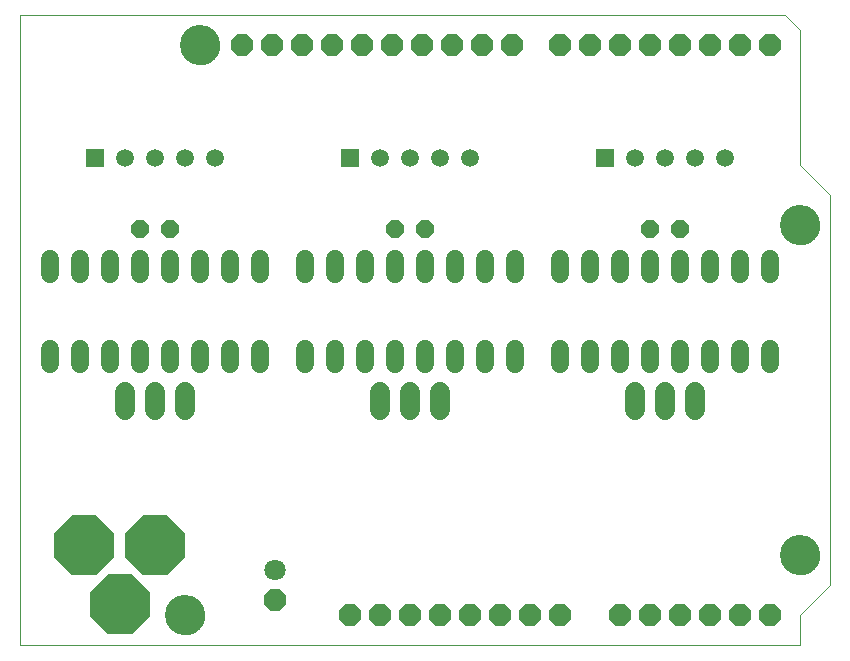
<source format=gbs>
G75*
%MOIN*%
%OFA0B0*%
%FSLAX25Y25*%
%IPPOS*%
%LPD*%
%AMOC8*
5,1,8,0,0,1.08239X$1,22.5*
%
%ADD10C,0.00000*%
%ADD11C,0.13398*%
%ADD12C,0.06000*%
%ADD13C,0.06800*%
%ADD14R,0.05950X0.05950*%
%ADD15C,0.05950*%
%ADD16OC8,0.19800*%
%ADD17OC8,0.07400*%
%ADD18OC8,0.06000*%
%ADD19OC8,0.07100*%
%ADD20C,0.07100*%
D10*
X0009350Y0005000D02*
X0269350Y0005000D01*
X0269350Y0015000D01*
X0279350Y0025000D01*
X0279350Y0155000D01*
X0269350Y0165000D01*
X0269350Y0210000D01*
X0264350Y0215000D01*
X0009350Y0215000D01*
X0009350Y0005000D01*
X0058051Y0015000D02*
X0058053Y0015158D01*
X0058059Y0015316D01*
X0058069Y0015474D01*
X0058083Y0015632D01*
X0058101Y0015789D01*
X0058122Y0015946D01*
X0058148Y0016102D01*
X0058178Y0016258D01*
X0058211Y0016413D01*
X0058249Y0016566D01*
X0058290Y0016719D01*
X0058335Y0016871D01*
X0058384Y0017022D01*
X0058437Y0017171D01*
X0058493Y0017319D01*
X0058553Y0017465D01*
X0058617Y0017610D01*
X0058685Y0017753D01*
X0058756Y0017895D01*
X0058830Y0018035D01*
X0058908Y0018172D01*
X0058990Y0018308D01*
X0059074Y0018442D01*
X0059163Y0018573D01*
X0059254Y0018702D01*
X0059349Y0018829D01*
X0059446Y0018954D01*
X0059547Y0019076D01*
X0059651Y0019195D01*
X0059758Y0019312D01*
X0059868Y0019426D01*
X0059981Y0019537D01*
X0060096Y0019646D01*
X0060214Y0019751D01*
X0060335Y0019853D01*
X0060458Y0019953D01*
X0060584Y0020049D01*
X0060712Y0020142D01*
X0060842Y0020232D01*
X0060975Y0020318D01*
X0061110Y0020402D01*
X0061246Y0020481D01*
X0061385Y0020558D01*
X0061526Y0020630D01*
X0061668Y0020700D01*
X0061812Y0020765D01*
X0061958Y0020827D01*
X0062105Y0020885D01*
X0062254Y0020940D01*
X0062404Y0020991D01*
X0062555Y0021038D01*
X0062707Y0021081D01*
X0062860Y0021120D01*
X0063015Y0021156D01*
X0063170Y0021187D01*
X0063326Y0021215D01*
X0063482Y0021239D01*
X0063639Y0021259D01*
X0063797Y0021275D01*
X0063954Y0021287D01*
X0064113Y0021295D01*
X0064271Y0021299D01*
X0064429Y0021299D01*
X0064587Y0021295D01*
X0064746Y0021287D01*
X0064903Y0021275D01*
X0065061Y0021259D01*
X0065218Y0021239D01*
X0065374Y0021215D01*
X0065530Y0021187D01*
X0065685Y0021156D01*
X0065840Y0021120D01*
X0065993Y0021081D01*
X0066145Y0021038D01*
X0066296Y0020991D01*
X0066446Y0020940D01*
X0066595Y0020885D01*
X0066742Y0020827D01*
X0066888Y0020765D01*
X0067032Y0020700D01*
X0067174Y0020630D01*
X0067315Y0020558D01*
X0067454Y0020481D01*
X0067590Y0020402D01*
X0067725Y0020318D01*
X0067858Y0020232D01*
X0067988Y0020142D01*
X0068116Y0020049D01*
X0068242Y0019953D01*
X0068365Y0019853D01*
X0068486Y0019751D01*
X0068604Y0019646D01*
X0068719Y0019537D01*
X0068832Y0019426D01*
X0068942Y0019312D01*
X0069049Y0019195D01*
X0069153Y0019076D01*
X0069254Y0018954D01*
X0069351Y0018829D01*
X0069446Y0018702D01*
X0069537Y0018573D01*
X0069626Y0018442D01*
X0069710Y0018308D01*
X0069792Y0018172D01*
X0069870Y0018035D01*
X0069944Y0017895D01*
X0070015Y0017753D01*
X0070083Y0017610D01*
X0070147Y0017465D01*
X0070207Y0017319D01*
X0070263Y0017171D01*
X0070316Y0017022D01*
X0070365Y0016871D01*
X0070410Y0016719D01*
X0070451Y0016566D01*
X0070489Y0016413D01*
X0070522Y0016258D01*
X0070552Y0016102D01*
X0070578Y0015946D01*
X0070599Y0015789D01*
X0070617Y0015632D01*
X0070631Y0015474D01*
X0070641Y0015316D01*
X0070647Y0015158D01*
X0070649Y0015000D01*
X0070647Y0014842D01*
X0070641Y0014684D01*
X0070631Y0014526D01*
X0070617Y0014368D01*
X0070599Y0014211D01*
X0070578Y0014054D01*
X0070552Y0013898D01*
X0070522Y0013742D01*
X0070489Y0013587D01*
X0070451Y0013434D01*
X0070410Y0013281D01*
X0070365Y0013129D01*
X0070316Y0012978D01*
X0070263Y0012829D01*
X0070207Y0012681D01*
X0070147Y0012535D01*
X0070083Y0012390D01*
X0070015Y0012247D01*
X0069944Y0012105D01*
X0069870Y0011965D01*
X0069792Y0011828D01*
X0069710Y0011692D01*
X0069626Y0011558D01*
X0069537Y0011427D01*
X0069446Y0011298D01*
X0069351Y0011171D01*
X0069254Y0011046D01*
X0069153Y0010924D01*
X0069049Y0010805D01*
X0068942Y0010688D01*
X0068832Y0010574D01*
X0068719Y0010463D01*
X0068604Y0010354D01*
X0068486Y0010249D01*
X0068365Y0010147D01*
X0068242Y0010047D01*
X0068116Y0009951D01*
X0067988Y0009858D01*
X0067858Y0009768D01*
X0067725Y0009682D01*
X0067590Y0009598D01*
X0067454Y0009519D01*
X0067315Y0009442D01*
X0067174Y0009370D01*
X0067032Y0009300D01*
X0066888Y0009235D01*
X0066742Y0009173D01*
X0066595Y0009115D01*
X0066446Y0009060D01*
X0066296Y0009009D01*
X0066145Y0008962D01*
X0065993Y0008919D01*
X0065840Y0008880D01*
X0065685Y0008844D01*
X0065530Y0008813D01*
X0065374Y0008785D01*
X0065218Y0008761D01*
X0065061Y0008741D01*
X0064903Y0008725D01*
X0064746Y0008713D01*
X0064587Y0008705D01*
X0064429Y0008701D01*
X0064271Y0008701D01*
X0064113Y0008705D01*
X0063954Y0008713D01*
X0063797Y0008725D01*
X0063639Y0008741D01*
X0063482Y0008761D01*
X0063326Y0008785D01*
X0063170Y0008813D01*
X0063015Y0008844D01*
X0062860Y0008880D01*
X0062707Y0008919D01*
X0062555Y0008962D01*
X0062404Y0009009D01*
X0062254Y0009060D01*
X0062105Y0009115D01*
X0061958Y0009173D01*
X0061812Y0009235D01*
X0061668Y0009300D01*
X0061526Y0009370D01*
X0061385Y0009442D01*
X0061246Y0009519D01*
X0061110Y0009598D01*
X0060975Y0009682D01*
X0060842Y0009768D01*
X0060712Y0009858D01*
X0060584Y0009951D01*
X0060458Y0010047D01*
X0060335Y0010147D01*
X0060214Y0010249D01*
X0060096Y0010354D01*
X0059981Y0010463D01*
X0059868Y0010574D01*
X0059758Y0010688D01*
X0059651Y0010805D01*
X0059547Y0010924D01*
X0059446Y0011046D01*
X0059349Y0011171D01*
X0059254Y0011298D01*
X0059163Y0011427D01*
X0059074Y0011558D01*
X0058990Y0011692D01*
X0058908Y0011828D01*
X0058830Y0011965D01*
X0058756Y0012105D01*
X0058685Y0012247D01*
X0058617Y0012390D01*
X0058553Y0012535D01*
X0058493Y0012681D01*
X0058437Y0012829D01*
X0058384Y0012978D01*
X0058335Y0013129D01*
X0058290Y0013281D01*
X0058249Y0013434D01*
X0058211Y0013587D01*
X0058178Y0013742D01*
X0058148Y0013898D01*
X0058122Y0014054D01*
X0058101Y0014211D01*
X0058083Y0014368D01*
X0058069Y0014526D01*
X0058059Y0014684D01*
X0058053Y0014842D01*
X0058051Y0015000D01*
X0263051Y0035000D02*
X0263053Y0035158D01*
X0263059Y0035316D01*
X0263069Y0035474D01*
X0263083Y0035632D01*
X0263101Y0035789D01*
X0263122Y0035946D01*
X0263148Y0036102D01*
X0263178Y0036258D01*
X0263211Y0036413D01*
X0263249Y0036566D01*
X0263290Y0036719D01*
X0263335Y0036871D01*
X0263384Y0037022D01*
X0263437Y0037171D01*
X0263493Y0037319D01*
X0263553Y0037465D01*
X0263617Y0037610D01*
X0263685Y0037753D01*
X0263756Y0037895D01*
X0263830Y0038035D01*
X0263908Y0038172D01*
X0263990Y0038308D01*
X0264074Y0038442D01*
X0264163Y0038573D01*
X0264254Y0038702D01*
X0264349Y0038829D01*
X0264446Y0038954D01*
X0264547Y0039076D01*
X0264651Y0039195D01*
X0264758Y0039312D01*
X0264868Y0039426D01*
X0264981Y0039537D01*
X0265096Y0039646D01*
X0265214Y0039751D01*
X0265335Y0039853D01*
X0265458Y0039953D01*
X0265584Y0040049D01*
X0265712Y0040142D01*
X0265842Y0040232D01*
X0265975Y0040318D01*
X0266110Y0040402D01*
X0266246Y0040481D01*
X0266385Y0040558D01*
X0266526Y0040630D01*
X0266668Y0040700D01*
X0266812Y0040765D01*
X0266958Y0040827D01*
X0267105Y0040885D01*
X0267254Y0040940D01*
X0267404Y0040991D01*
X0267555Y0041038D01*
X0267707Y0041081D01*
X0267860Y0041120D01*
X0268015Y0041156D01*
X0268170Y0041187D01*
X0268326Y0041215D01*
X0268482Y0041239D01*
X0268639Y0041259D01*
X0268797Y0041275D01*
X0268954Y0041287D01*
X0269113Y0041295D01*
X0269271Y0041299D01*
X0269429Y0041299D01*
X0269587Y0041295D01*
X0269746Y0041287D01*
X0269903Y0041275D01*
X0270061Y0041259D01*
X0270218Y0041239D01*
X0270374Y0041215D01*
X0270530Y0041187D01*
X0270685Y0041156D01*
X0270840Y0041120D01*
X0270993Y0041081D01*
X0271145Y0041038D01*
X0271296Y0040991D01*
X0271446Y0040940D01*
X0271595Y0040885D01*
X0271742Y0040827D01*
X0271888Y0040765D01*
X0272032Y0040700D01*
X0272174Y0040630D01*
X0272315Y0040558D01*
X0272454Y0040481D01*
X0272590Y0040402D01*
X0272725Y0040318D01*
X0272858Y0040232D01*
X0272988Y0040142D01*
X0273116Y0040049D01*
X0273242Y0039953D01*
X0273365Y0039853D01*
X0273486Y0039751D01*
X0273604Y0039646D01*
X0273719Y0039537D01*
X0273832Y0039426D01*
X0273942Y0039312D01*
X0274049Y0039195D01*
X0274153Y0039076D01*
X0274254Y0038954D01*
X0274351Y0038829D01*
X0274446Y0038702D01*
X0274537Y0038573D01*
X0274626Y0038442D01*
X0274710Y0038308D01*
X0274792Y0038172D01*
X0274870Y0038035D01*
X0274944Y0037895D01*
X0275015Y0037753D01*
X0275083Y0037610D01*
X0275147Y0037465D01*
X0275207Y0037319D01*
X0275263Y0037171D01*
X0275316Y0037022D01*
X0275365Y0036871D01*
X0275410Y0036719D01*
X0275451Y0036566D01*
X0275489Y0036413D01*
X0275522Y0036258D01*
X0275552Y0036102D01*
X0275578Y0035946D01*
X0275599Y0035789D01*
X0275617Y0035632D01*
X0275631Y0035474D01*
X0275641Y0035316D01*
X0275647Y0035158D01*
X0275649Y0035000D01*
X0275647Y0034842D01*
X0275641Y0034684D01*
X0275631Y0034526D01*
X0275617Y0034368D01*
X0275599Y0034211D01*
X0275578Y0034054D01*
X0275552Y0033898D01*
X0275522Y0033742D01*
X0275489Y0033587D01*
X0275451Y0033434D01*
X0275410Y0033281D01*
X0275365Y0033129D01*
X0275316Y0032978D01*
X0275263Y0032829D01*
X0275207Y0032681D01*
X0275147Y0032535D01*
X0275083Y0032390D01*
X0275015Y0032247D01*
X0274944Y0032105D01*
X0274870Y0031965D01*
X0274792Y0031828D01*
X0274710Y0031692D01*
X0274626Y0031558D01*
X0274537Y0031427D01*
X0274446Y0031298D01*
X0274351Y0031171D01*
X0274254Y0031046D01*
X0274153Y0030924D01*
X0274049Y0030805D01*
X0273942Y0030688D01*
X0273832Y0030574D01*
X0273719Y0030463D01*
X0273604Y0030354D01*
X0273486Y0030249D01*
X0273365Y0030147D01*
X0273242Y0030047D01*
X0273116Y0029951D01*
X0272988Y0029858D01*
X0272858Y0029768D01*
X0272725Y0029682D01*
X0272590Y0029598D01*
X0272454Y0029519D01*
X0272315Y0029442D01*
X0272174Y0029370D01*
X0272032Y0029300D01*
X0271888Y0029235D01*
X0271742Y0029173D01*
X0271595Y0029115D01*
X0271446Y0029060D01*
X0271296Y0029009D01*
X0271145Y0028962D01*
X0270993Y0028919D01*
X0270840Y0028880D01*
X0270685Y0028844D01*
X0270530Y0028813D01*
X0270374Y0028785D01*
X0270218Y0028761D01*
X0270061Y0028741D01*
X0269903Y0028725D01*
X0269746Y0028713D01*
X0269587Y0028705D01*
X0269429Y0028701D01*
X0269271Y0028701D01*
X0269113Y0028705D01*
X0268954Y0028713D01*
X0268797Y0028725D01*
X0268639Y0028741D01*
X0268482Y0028761D01*
X0268326Y0028785D01*
X0268170Y0028813D01*
X0268015Y0028844D01*
X0267860Y0028880D01*
X0267707Y0028919D01*
X0267555Y0028962D01*
X0267404Y0029009D01*
X0267254Y0029060D01*
X0267105Y0029115D01*
X0266958Y0029173D01*
X0266812Y0029235D01*
X0266668Y0029300D01*
X0266526Y0029370D01*
X0266385Y0029442D01*
X0266246Y0029519D01*
X0266110Y0029598D01*
X0265975Y0029682D01*
X0265842Y0029768D01*
X0265712Y0029858D01*
X0265584Y0029951D01*
X0265458Y0030047D01*
X0265335Y0030147D01*
X0265214Y0030249D01*
X0265096Y0030354D01*
X0264981Y0030463D01*
X0264868Y0030574D01*
X0264758Y0030688D01*
X0264651Y0030805D01*
X0264547Y0030924D01*
X0264446Y0031046D01*
X0264349Y0031171D01*
X0264254Y0031298D01*
X0264163Y0031427D01*
X0264074Y0031558D01*
X0263990Y0031692D01*
X0263908Y0031828D01*
X0263830Y0031965D01*
X0263756Y0032105D01*
X0263685Y0032247D01*
X0263617Y0032390D01*
X0263553Y0032535D01*
X0263493Y0032681D01*
X0263437Y0032829D01*
X0263384Y0032978D01*
X0263335Y0033129D01*
X0263290Y0033281D01*
X0263249Y0033434D01*
X0263211Y0033587D01*
X0263178Y0033742D01*
X0263148Y0033898D01*
X0263122Y0034054D01*
X0263101Y0034211D01*
X0263083Y0034368D01*
X0263069Y0034526D01*
X0263059Y0034684D01*
X0263053Y0034842D01*
X0263051Y0035000D01*
X0263051Y0145000D02*
X0263053Y0145158D01*
X0263059Y0145316D01*
X0263069Y0145474D01*
X0263083Y0145632D01*
X0263101Y0145789D01*
X0263122Y0145946D01*
X0263148Y0146102D01*
X0263178Y0146258D01*
X0263211Y0146413D01*
X0263249Y0146566D01*
X0263290Y0146719D01*
X0263335Y0146871D01*
X0263384Y0147022D01*
X0263437Y0147171D01*
X0263493Y0147319D01*
X0263553Y0147465D01*
X0263617Y0147610D01*
X0263685Y0147753D01*
X0263756Y0147895D01*
X0263830Y0148035D01*
X0263908Y0148172D01*
X0263990Y0148308D01*
X0264074Y0148442D01*
X0264163Y0148573D01*
X0264254Y0148702D01*
X0264349Y0148829D01*
X0264446Y0148954D01*
X0264547Y0149076D01*
X0264651Y0149195D01*
X0264758Y0149312D01*
X0264868Y0149426D01*
X0264981Y0149537D01*
X0265096Y0149646D01*
X0265214Y0149751D01*
X0265335Y0149853D01*
X0265458Y0149953D01*
X0265584Y0150049D01*
X0265712Y0150142D01*
X0265842Y0150232D01*
X0265975Y0150318D01*
X0266110Y0150402D01*
X0266246Y0150481D01*
X0266385Y0150558D01*
X0266526Y0150630D01*
X0266668Y0150700D01*
X0266812Y0150765D01*
X0266958Y0150827D01*
X0267105Y0150885D01*
X0267254Y0150940D01*
X0267404Y0150991D01*
X0267555Y0151038D01*
X0267707Y0151081D01*
X0267860Y0151120D01*
X0268015Y0151156D01*
X0268170Y0151187D01*
X0268326Y0151215D01*
X0268482Y0151239D01*
X0268639Y0151259D01*
X0268797Y0151275D01*
X0268954Y0151287D01*
X0269113Y0151295D01*
X0269271Y0151299D01*
X0269429Y0151299D01*
X0269587Y0151295D01*
X0269746Y0151287D01*
X0269903Y0151275D01*
X0270061Y0151259D01*
X0270218Y0151239D01*
X0270374Y0151215D01*
X0270530Y0151187D01*
X0270685Y0151156D01*
X0270840Y0151120D01*
X0270993Y0151081D01*
X0271145Y0151038D01*
X0271296Y0150991D01*
X0271446Y0150940D01*
X0271595Y0150885D01*
X0271742Y0150827D01*
X0271888Y0150765D01*
X0272032Y0150700D01*
X0272174Y0150630D01*
X0272315Y0150558D01*
X0272454Y0150481D01*
X0272590Y0150402D01*
X0272725Y0150318D01*
X0272858Y0150232D01*
X0272988Y0150142D01*
X0273116Y0150049D01*
X0273242Y0149953D01*
X0273365Y0149853D01*
X0273486Y0149751D01*
X0273604Y0149646D01*
X0273719Y0149537D01*
X0273832Y0149426D01*
X0273942Y0149312D01*
X0274049Y0149195D01*
X0274153Y0149076D01*
X0274254Y0148954D01*
X0274351Y0148829D01*
X0274446Y0148702D01*
X0274537Y0148573D01*
X0274626Y0148442D01*
X0274710Y0148308D01*
X0274792Y0148172D01*
X0274870Y0148035D01*
X0274944Y0147895D01*
X0275015Y0147753D01*
X0275083Y0147610D01*
X0275147Y0147465D01*
X0275207Y0147319D01*
X0275263Y0147171D01*
X0275316Y0147022D01*
X0275365Y0146871D01*
X0275410Y0146719D01*
X0275451Y0146566D01*
X0275489Y0146413D01*
X0275522Y0146258D01*
X0275552Y0146102D01*
X0275578Y0145946D01*
X0275599Y0145789D01*
X0275617Y0145632D01*
X0275631Y0145474D01*
X0275641Y0145316D01*
X0275647Y0145158D01*
X0275649Y0145000D01*
X0275647Y0144842D01*
X0275641Y0144684D01*
X0275631Y0144526D01*
X0275617Y0144368D01*
X0275599Y0144211D01*
X0275578Y0144054D01*
X0275552Y0143898D01*
X0275522Y0143742D01*
X0275489Y0143587D01*
X0275451Y0143434D01*
X0275410Y0143281D01*
X0275365Y0143129D01*
X0275316Y0142978D01*
X0275263Y0142829D01*
X0275207Y0142681D01*
X0275147Y0142535D01*
X0275083Y0142390D01*
X0275015Y0142247D01*
X0274944Y0142105D01*
X0274870Y0141965D01*
X0274792Y0141828D01*
X0274710Y0141692D01*
X0274626Y0141558D01*
X0274537Y0141427D01*
X0274446Y0141298D01*
X0274351Y0141171D01*
X0274254Y0141046D01*
X0274153Y0140924D01*
X0274049Y0140805D01*
X0273942Y0140688D01*
X0273832Y0140574D01*
X0273719Y0140463D01*
X0273604Y0140354D01*
X0273486Y0140249D01*
X0273365Y0140147D01*
X0273242Y0140047D01*
X0273116Y0139951D01*
X0272988Y0139858D01*
X0272858Y0139768D01*
X0272725Y0139682D01*
X0272590Y0139598D01*
X0272454Y0139519D01*
X0272315Y0139442D01*
X0272174Y0139370D01*
X0272032Y0139300D01*
X0271888Y0139235D01*
X0271742Y0139173D01*
X0271595Y0139115D01*
X0271446Y0139060D01*
X0271296Y0139009D01*
X0271145Y0138962D01*
X0270993Y0138919D01*
X0270840Y0138880D01*
X0270685Y0138844D01*
X0270530Y0138813D01*
X0270374Y0138785D01*
X0270218Y0138761D01*
X0270061Y0138741D01*
X0269903Y0138725D01*
X0269746Y0138713D01*
X0269587Y0138705D01*
X0269429Y0138701D01*
X0269271Y0138701D01*
X0269113Y0138705D01*
X0268954Y0138713D01*
X0268797Y0138725D01*
X0268639Y0138741D01*
X0268482Y0138761D01*
X0268326Y0138785D01*
X0268170Y0138813D01*
X0268015Y0138844D01*
X0267860Y0138880D01*
X0267707Y0138919D01*
X0267555Y0138962D01*
X0267404Y0139009D01*
X0267254Y0139060D01*
X0267105Y0139115D01*
X0266958Y0139173D01*
X0266812Y0139235D01*
X0266668Y0139300D01*
X0266526Y0139370D01*
X0266385Y0139442D01*
X0266246Y0139519D01*
X0266110Y0139598D01*
X0265975Y0139682D01*
X0265842Y0139768D01*
X0265712Y0139858D01*
X0265584Y0139951D01*
X0265458Y0140047D01*
X0265335Y0140147D01*
X0265214Y0140249D01*
X0265096Y0140354D01*
X0264981Y0140463D01*
X0264868Y0140574D01*
X0264758Y0140688D01*
X0264651Y0140805D01*
X0264547Y0140924D01*
X0264446Y0141046D01*
X0264349Y0141171D01*
X0264254Y0141298D01*
X0264163Y0141427D01*
X0264074Y0141558D01*
X0263990Y0141692D01*
X0263908Y0141828D01*
X0263830Y0141965D01*
X0263756Y0142105D01*
X0263685Y0142247D01*
X0263617Y0142390D01*
X0263553Y0142535D01*
X0263493Y0142681D01*
X0263437Y0142829D01*
X0263384Y0142978D01*
X0263335Y0143129D01*
X0263290Y0143281D01*
X0263249Y0143434D01*
X0263211Y0143587D01*
X0263178Y0143742D01*
X0263148Y0143898D01*
X0263122Y0144054D01*
X0263101Y0144211D01*
X0263083Y0144368D01*
X0263069Y0144526D01*
X0263059Y0144684D01*
X0263053Y0144842D01*
X0263051Y0145000D01*
X0063051Y0205000D02*
X0063053Y0205158D01*
X0063059Y0205316D01*
X0063069Y0205474D01*
X0063083Y0205632D01*
X0063101Y0205789D01*
X0063122Y0205946D01*
X0063148Y0206102D01*
X0063178Y0206258D01*
X0063211Y0206413D01*
X0063249Y0206566D01*
X0063290Y0206719D01*
X0063335Y0206871D01*
X0063384Y0207022D01*
X0063437Y0207171D01*
X0063493Y0207319D01*
X0063553Y0207465D01*
X0063617Y0207610D01*
X0063685Y0207753D01*
X0063756Y0207895D01*
X0063830Y0208035D01*
X0063908Y0208172D01*
X0063990Y0208308D01*
X0064074Y0208442D01*
X0064163Y0208573D01*
X0064254Y0208702D01*
X0064349Y0208829D01*
X0064446Y0208954D01*
X0064547Y0209076D01*
X0064651Y0209195D01*
X0064758Y0209312D01*
X0064868Y0209426D01*
X0064981Y0209537D01*
X0065096Y0209646D01*
X0065214Y0209751D01*
X0065335Y0209853D01*
X0065458Y0209953D01*
X0065584Y0210049D01*
X0065712Y0210142D01*
X0065842Y0210232D01*
X0065975Y0210318D01*
X0066110Y0210402D01*
X0066246Y0210481D01*
X0066385Y0210558D01*
X0066526Y0210630D01*
X0066668Y0210700D01*
X0066812Y0210765D01*
X0066958Y0210827D01*
X0067105Y0210885D01*
X0067254Y0210940D01*
X0067404Y0210991D01*
X0067555Y0211038D01*
X0067707Y0211081D01*
X0067860Y0211120D01*
X0068015Y0211156D01*
X0068170Y0211187D01*
X0068326Y0211215D01*
X0068482Y0211239D01*
X0068639Y0211259D01*
X0068797Y0211275D01*
X0068954Y0211287D01*
X0069113Y0211295D01*
X0069271Y0211299D01*
X0069429Y0211299D01*
X0069587Y0211295D01*
X0069746Y0211287D01*
X0069903Y0211275D01*
X0070061Y0211259D01*
X0070218Y0211239D01*
X0070374Y0211215D01*
X0070530Y0211187D01*
X0070685Y0211156D01*
X0070840Y0211120D01*
X0070993Y0211081D01*
X0071145Y0211038D01*
X0071296Y0210991D01*
X0071446Y0210940D01*
X0071595Y0210885D01*
X0071742Y0210827D01*
X0071888Y0210765D01*
X0072032Y0210700D01*
X0072174Y0210630D01*
X0072315Y0210558D01*
X0072454Y0210481D01*
X0072590Y0210402D01*
X0072725Y0210318D01*
X0072858Y0210232D01*
X0072988Y0210142D01*
X0073116Y0210049D01*
X0073242Y0209953D01*
X0073365Y0209853D01*
X0073486Y0209751D01*
X0073604Y0209646D01*
X0073719Y0209537D01*
X0073832Y0209426D01*
X0073942Y0209312D01*
X0074049Y0209195D01*
X0074153Y0209076D01*
X0074254Y0208954D01*
X0074351Y0208829D01*
X0074446Y0208702D01*
X0074537Y0208573D01*
X0074626Y0208442D01*
X0074710Y0208308D01*
X0074792Y0208172D01*
X0074870Y0208035D01*
X0074944Y0207895D01*
X0075015Y0207753D01*
X0075083Y0207610D01*
X0075147Y0207465D01*
X0075207Y0207319D01*
X0075263Y0207171D01*
X0075316Y0207022D01*
X0075365Y0206871D01*
X0075410Y0206719D01*
X0075451Y0206566D01*
X0075489Y0206413D01*
X0075522Y0206258D01*
X0075552Y0206102D01*
X0075578Y0205946D01*
X0075599Y0205789D01*
X0075617Y0205632D01*
X0075631Y0205474D01*
X0075641Y0205316D01*
X0075647Y0205158D01*
X0075649Y0205000D01*
X0075647Y0204842D01*
X0075641Y0204684D01*
X0075631Y0204526D01*
X0075617Y0204368D01*
X0075599Y0204211D01*
X0075578Y0204054D01*
X0075552Y0203898D01*
X0075522Y0203742D01*
X0075489Y0203587D01*
X0075451Y0203434D01*
X0075410Y0203281D01*
X0075365Y0203129D01*
X0075316Y0202978D01*
X0075263Y0202829D01*
X0075207Y0202681D01*
X0075147Y0202535D01*
X0075083Y0202390D01*
X0075015Y0202247D01*
X0074944Y0202105D01*
X0074870Y0201965D01*
X0074792Y0201828D01*
X0074710Y0201692D01*
X0074626Y0201558D01*
X0074537Y0201427D01*
X0074446Y0201298D01*
X0074351Y0201171D01*
X0074254Y0201046D01*
X0074153Y0200924D01*
X0074049Y0200805D01*
X0073942Y0200688D01*
X0073832Y0200574D01*
X0073719Y0200463D01*
X0073604Y0200354D01*
X0073486Y0200249D01*
X0073365Y0200147D01*
X0073242Y0200047D01*
X0073116Y0199951D01*
X0072988Y0199858D01*
X0072858Y0199768D01*
X0072725Y0199682D01*
X0072590Y0199598D01*
X0072454Y0199519D01*
X0072315Y0199442D01*
X0072174Y0199370D01*
X0072032Y0199300D01*
X0071888Y0199235D01*
X0071742Y0199173D01*
X0071595Y0199115D01*
X0071446Y0199060D01*
X0071296Y0199009D01*
X0071145Y0198962D01*
X0070993Y0198919D01*
X0070840Y0198880D01*
X0070685Y0198844D01*
X0070530Y0198813D01*
X0070374Y0198785D01*
X0070218Y0198761D01*
X0070061Y0198741D01*
X0069903Y0198725D01*
X0069746Y0198713D01*
X0069587Y0198705D01*
X0069429Y0198701D01*
X0069271Y0198701D01*
X0069113Y0198705D01*
X0068954Y0198713D01*
X0068797Y0198725D01*
X0068639Y0198741D01*
X0068482Y0198761D01*
X0068326Y0198785D01*
X0068170Y0198813D01*
X0068015Y0198844D01*
X0067860Y0198880D01*
X0067707Y0198919D01*
X0067555Y0198962D01*
X0067404Y0199009D01*
X0067254Y0199060D01*
X0067105Y0199115D01*
X0066958Y0199173D01*
X0066812Y0199235D01*
X0066668Y0199300D01*
X0066526Y0199370D01*
X0066385Y0199442D01*
X0066246Y0199519D01*
X0066110Y0199598D01*
X0065975Y0199682D01*
X0065842Y0199768D01*
X0065712Y0199858D01*
X0065584Y0199951D01*
X0065458Y0200047D01*
X0065335Y0200147D01*
X0065214Y0200249D01*
X0065096Y0200354D01*
X0064981Y0200463D01*
X0064868Y0200574D01*
X0064758Y0200688D01*
X0064651Y0200805D01*
X0064547Y0200924D01*
X0064446Y0201046D01*
X0064349Y0201171D01*
X0064254Y0201298D01*
X0064163Y0201427D01*
X0064074Y0201558D01*
X0063990Y0201692D01*
X0063908Y0201828D01*
X0063830Y0201965D01*
X0063756Y0202105D01*
X0063685Y0202247D01*
X0063617Y0202390D01*
X0063553Y0202535D01*
X0063493Y0202681D01*
X0063437Y0202829D01*
X0063384Y0202978D01*
X0063335Y0203129D01*
X0063290Y0203281D01*
X0063249Y0203434D01*
X0063211Y0203587D01*
X0063178Y0203742D01*
X0063148Y0203898D01*
X0063122Y0204054D01*
X0063101Y0204211D01*
X0063083Y0204368D01*
X0063069Y0204526D01*
X0063059Y0204684D01*
X0063053Y0204842D01*
X0063051Y0205000D01*
D11*
X0069350Y0205000D03*
X0269350Y0145000D03*
X0269350Y0035000D03*
X0064350Y0015000D03*
D12*
X0059350Y0098650D02*
X0059350Y0103850D01*
X0069350Y0103850D02*
X0069350Y0098650D01*
X0079350Y0098650D02*
X0079350Y0103850D01*
X0089350Y0103850D02*
X0089350Y0098650D01*
X0104350Y0098650D02*
X0104350Y0103850D01*
X0114350Y0103850D02*
X0114350Y0098650D01*
X0124350Y0098650D02*
X0124350Y0103850D01*
X0134350Y0103850D02*
X0134350Y0098650D01*
X0144350Y0098650D02*
X0144350Y0103850D01*
X0154350Y0103850D02*
X0154350Y0098650D01*
X0164350Y0098650D02*
X0164350Y0103850D01*
X0174350Y0103850D02*
X0174350Y0098650D01*
X0189350Y0098650D02*
X0189350Y0103850D01*
X0199350Y0103850D02*
X0199350Y0098650D01*
X0209350Y0098650D02*
X0209350Y0103850D01*
X0219350Y0103850D02*
X0219350Y0098650D01*
X0229350Y0098650D02*
X0229350Y0103850D01*
X0239350Y0103850D02*
X0239350Y0098650D01*
X0249350Y0098650D02*
X0249350Y0103850D01*
X0259350Y0103850D02*
X0259350Y0098650D01*
X0259350Y0128650D02*
X0259350Y0133850D01*
X0249350Y0133850D02*
X0249350Y0128650D01*
X0239350Y0128650D02*
X0239350Y0133850D01*
X0229350Y0133850D02*
X0229350Y0128650D01*
X0219350Y0128650D02*
X0219350Y0133850D01*
X0209350Y0133850D02*
X0209350Y0128650D01*
X0199350Y0128650D02*
X0199350Y0133850D01*
X0189350Y0133850D02*
X0189350Y0128650D01*
X0174350Y0128650D02*
X0174350Y0133850D01*
X0164350Y0133850D02*
X0164350Y0128650D01*
X0154350Y0128650D02*
X0154350Y0133850D01*
X0144350Y0133850D02*
X0144350Y0128650D01*
X0134350Y0128650D02*
X0134350Y0133850D01*
X0124350Y0133850D02*
X0124350Y0128650D01*
X0114350Y0128650D02*
X0114350Y0133850D01*
X0104350Y0133850D02*
X0104350Y0128650D01*
X0089350Y0128650D02*
X0089350Y0133850D01*
X0079350Y0133850D02*
X0079350Y0128650D01*
X0069350Y0128650D02*
X0069350Y0133850D01*
X0059350Y0133850D02*
X0059350Y0128650D01*
X0049350Y0128650D02*
X0049350Y0133850D01*
X0039350Y0133850D02*
X0039350Y0128650D01*
X0029350Y0128650D02*
X0029350Y0133850D01*
X0019350Y0133850D02*
X0019350Y0128650D01*
X0019350Y0103850D02*
X0019350Y0098650D01*
X0029350Y0098650D02*
X0029350Y0103850D01*
X0039350Y0103850D02*
X0039350Y0098650D01*
X0049350Y0098650D02*
X0049350Y0103850D01*
D13*
X0044350Y0089250D02*
X0044350Y0083250D01*
X0054350Y0083250D02*
X0054350Y0089250D01*
X0064350Y0089250D02*
X0064350Y0083250D01*
X0129350Y0083250D02*
X0129350Y0089250D01*
X0139350Y0089250D02*
X0139350Y0083250D01*
X0149350Y0083250D02*
X0149350Y0089250D01*
X0214350Y0089250D02*
X0214350Y0083250D01*
X0224350Y0083250D02*
X0224350Y0089250D01*
X0234350Y0089250D02*
X0234350Y0083250D01*
D14*
X0204350Y0167500D03*
X0119350Y0167500D03*
X0034350Y0167500D03*
D15*
X0044350Y0167500D03*
X0054350Y0167500D03*
X0064350Y0167500D03*
X0074350Y0167500D03*
X0129350Y0167500D03*
X0139350Y0167500D03*
X0149350Y0167500D03*
X0159350Y0167500D03*
X0214350Y0167500D03*
X0224350Y0167500D03*
X0234350Y0167500D03*
X0244350Y0167500D03*
D16*
X0054350Y0038450D03*
X0042550Y0018750D03*
X0030750Y0038450D03*
D17*
X0119350Y0015000D03*
X0129350Y0015000D03*
X0139350Y0015000D03*
X0149350Y0015000D03*
X0159350Y0015000D03*
X0169350Y0015000D03*
X0179350Y0015000D03*
X0189350Y0015000D03*
X0209350Y0015000D03*
X0219350Y0015000D03*
X0229350Y0015000D03*
X0239350Y0015000D03*
X0249350Y0015000D03*
X0259350Y0015000D03*
X0259350Y0205000D03*
X0249350Y0205000D03*
X0239350Y0205000D03*
X0229350Y0205000D03*
X0219350Y0205000D03*
X0209350Y0205000D03*
X0199350Y0205000D03*
X0189350Y0205000D03*
X0173350Y0205000D03*
X0163350Y0205000D03*
X0153350Y0205000D03*
X0143350Y0205000D03*
X0133350Y0205000D03*
X0123350Y0205000D03*
X0113350Y0205000D03*
X0103350Y0205000D03*
X0093350Y0205000D03*
X0083350Y0205000D03*
D18*
X0059350Y0143750D03*
X0049350Y0143750D03*
X0134350Y0143750D03*
X0144350Y0143750D03*
X0219350Y0143750D03*
X0229350Y0143750D03*
D19*
X0094350Y0020000D03*
D20*
X0094350Y0030000D03*
M02*

</source>
